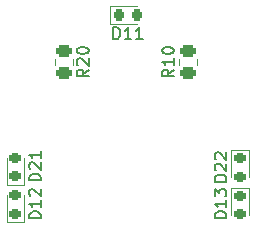
<source format=gto>
G04 #@! TF.GenerationSoftware,KiCad,Pcbnew,(6.0.0)*
G04 #@! TF.CreationDate,2021-12-31T14:49:46+01:00*
G04 #@! TF.ProjectId,marklin-v100-led-back-pcb,6d61726b-6c69-46e2-9d76-3130302d6c65,0.1*
G04 #@! TF.SameCoordinates,Original*
G04 #@! TF.FileFunction,Legend,Top*
G04 #@! TF.FilePolarity,Positive*
%FSLAX46Y46*%
G04 Gerber Fmt 4.6, Leading zero omitted, Abs format (unit mm)*
G04 Created by KiCad (PCBNEW (6.0.0)) date 2021-12-31 14:49:46*
%MOMM*%
%LPD*%
G01*
G04 APERTURE LIST*
G04 Aperture macros list*
%AMRoundRect*
0 Rectangle with rounded corners*
0 $1 Rounding radius*
0 $2 $3 $4 $5 $6 $7 $8 $9 X,Y pos of 4 corners*
0 Add a 4 corners polygon primitive as box body*
4,1,4,$2,$3,$4,$5,$6,$7,$8,$9,$2,$3,0*
0 Add four circle primitives for the rounded corners*
1,1,$1+$1,$2,$3*
1,1,$1+$1,$4,$5*
1,1,$1+$1,$6,$7*
1,1,$1+$1,$8,$9*
0 Add four rect primitives between the rounded corners*
20,1,$1+$1,$2,$3,$4,$5,0*
20,1,$1+$1,$4,$5,$6,$7,0*
20,1,$1+$1,$6,$7,$8,$9,0*
20,1,$1+$1,$8,$9,$2,$3,0*%
G04 Aperture macros list end*
%ADD10C,0.150000*%
%ADD11C,0.120000*%
%ADD12RoundRect,0.250000X-0.450000X0.262500X-0.450000X-0.262500X0.450000X-0.262500X0.450000X0.262500X0*%
%ADD13RoundRect,0.218750X-0.218750X-0.256250X0.218750X-0.256250X0.218750X0.256250X-0.218750X0.256250X0*%
%ADD14RoundRect,0.218750X0.256250X-0.218750X0.256250X0.218750X-0.256250X0.218750X-0.256250X-0.218750X0*%
%ADD15RoundRect,0.218750X-0.256250X0.218750X-0.256250X-0.218750X0.256250X-0.218750X0.256250X0.218750X0*%
%ADD16RoundRect,0.250000X0.450000X-0.262500X0.450000X0.262500X-0.450000X0.262500X-0.450000X-0.262500X0*%
G04 APERTURE END LIST*
D10*
X100742380Y-66800357D02*
X100266190Y-67133690D01*
X100742380Y-67371785D02*
X99742380Y-67371785D01*
X99742380Y-66990833D01*
X99790000Y-66895595D01*
X99837619Y-66847976D01*
X99932857Y-66800357D01*
X100075714Y-66800357D01*
X100170952Y-66847976D01*
X100218571Y-66895595D01*
X100266190Y-66990833D01*
X100266190Y-67371785D01*
X99837619Y-66419404D02*
X99790000Y-66371785D01*
X99742380Y-66276547D01*
X99742380Y-66038452D01*
X99790000Y-65943214D01*
X99837619Y-65895595D01*
X99932857Y-65847976D01*
X100028095Y-65847976D01*
X100170952Y-65895595D01*
X100742380Y-66467023D01*
X100742380Y-65847976D01*
X99742380Y-65228928D02*
X99742380Y-65133690D01*
X99790000Y-65038452D01*
X99837619Y-64990833D01*
X99932857Y-64943214D01*
X100123333Y-64895595D01*
X100361428Y-64895595D01*
X100551904Y-64943214D01*
X100647142Y-64990833D01*
X100694761Y-65038452D01*
X100742380Y-65133690D01*
X100742380Y-65228928D01*
X100694761Y-65324166D01*
X100647142Y-65371785D01*
X100551904Y-65419404D01*
X100361428Y-65467023D01*
X100123333Y-65467023D01*
X99932857Y-65419404D01*
X99837619Y-65371785D01*
X99790000Y-65324166D01*
X99742380Y-65228928D01*
X102838214Y-64209880D02*
X102838214Y-63209880D01*
X103076309Y-63209880D01*
X103219166Y-63257500D01*
X103314404Y-63352738D01*
X103362023Y-63447976D01*
X103409642Y-63638452D01*
X103409642Y-63781309D01*
X103362023Y-63971785D01*
X103314404Y-64067023D01*
X103219166Y-64162261D01*
X103076309Y-64209880D01*
X102838214Y-64209880D01*
X104362023Y-64209880D02*
X103790595Y-64209880D01*
X104076309Y-64209880D02*
X104076309Y-63209880D01*
X103981071Y-63352738D01*
X103885833Y-63447976D01*
X103790595Y-63495595D01*
X105314404Y-64209880D02*
X104742976Y-64209880D01*
X105028690Y-64209880D02*
X105028690Y-63209880D01*
X104933452Y-63352738D01*
X104838214Y-63447976D01*
X104742976Y-63495595D01*
X96692380Y-76171785D02*
X95692380Y-76171785D01*
X95692380Y-75933690D01*
X95740000Y-75790833D01*
X95835238Y-75695595D01*
X95930476Y-75647976D01*
X96120952Y-75600357D01*
X96263809Y-75600357D01*
X96454285Y-75647976D01*
X96549523Y-75695595D01*
X96644761Y-75790833D01*
X96692380Y-75933690D01*
X96692380Y-76171785D01*
X95787619Y-75219404D02*
X95740000Y-75171785D01*
X95692380Y-75076547D01*
X95692380Y-74838452D01*
X95740000Y-74743214D01*
X95787619Y-74695595D01*
X95882857Y-74647976D01*
X95978095Y-74647976D01*
X96120952Y-74695595D01*
X96692380Y-75267023D01*
X96692380Y-74647976D01*
X96692380Y-73695595D02*
X96692380Y-74267023D01*
X96692380Y-73981309D02*
X95692380Y-73981309D01*
X95835238Y-74076547D01*
X95930476Y-74171785D01*
X95978095Y-74267023D01*
X112392380Y-76271785D02*
X111392380Y-76271785D01*
X111392380Y-76033690D01*
X111440000Y-75890833D01*
X111535238Y-75795595D01*
X111630476Y-75747976D01*
X111820952Y-75700357D01*
X111963809Y-75700357D01*
X112154285Y-75747976D01*
X112249523Y-75795595D01*
X112344761Y-75890833D01*
X112392380Y-76033690D01*
X112392380Y-76271785D01*
X111487619Y-75319404D02*
X111440000Y-75271785D01*
X111392380Y-75176547D01*
X111392380Y-74938452D01*
X111440000Y-74843214D01*
X111487619Y-74795595D01*
X111582857Y-74747976D01*
X111678095Y-74747976D01*
X111820952Y-74795595D01*
X112392380Y-75367023D01*
X112392380Y-74747976D01*
X111487619Y-74367023D02*
X111440000Y-74319404D01*
X111392380Y-74224166D01*
X111392380Y-73986071D01*
X111440000Y-73890833D01*
X111487619Y-73843214D01*
X111582857Y-73795595D01*
X111678095Y-73795595D01*
X111820952Y-73843214D01*
X112392380Y-74414642D01*
X112392380Y-73795595D01*
X96692380Y-79371785D02*
X95692380Y-79371785D01*
X95692380Y-79133690D01*
X95740000Y-78990833D01*
X95835238Y-78895595D01*
X95930476Y-78847976D01*
X96120952Y-78800357D01*
X96263809Y-78800357D01*
X96454285Y-78847976D01*
X96549523Y-78895595D01*
X96644761Y-78990833D01*
X96692380Y-79133690D01*
X96692380Y-79371785D01*
X96692380Y-77847976D02*
X96692380Y-78419404D01*
X96692380Y-78133690D02*
X95692380Y-78133690D01*
X95835238Y-78228928D01*
X95930476Y-78324166D01*
X95978095Y-78419404D01*
X95787619Y-77467023D02*
X95740000Y-77419404D01*
X95692380Y-77324166D01*
X95692380Y-77086071D01*
X95740000Y-76990833D01*
X95787619Y-76943214D01*
X95882857Y-76895595D01*
X95978095Y-76895595D01*
X96120952Y-76943214D01*
X96692380Y-77514642D01*
X96692380Y-76895595D01*
X112392380Y-79371785D02*
X111392380Y-79371785D01*
X111392380Y-79133690D01*
X111440000Y-78990833D01*
X111535238Y-78895595D01*
X111630476Y-78847976D01*
X111820952Y-78800357D01*
X111963809Y-78800357D01*
X112154285Y-78847976D01*
X112249523Y-78895595D01*
X112344761Y-78990833D01*
X112392380Y-79133690D01*
X112392380Y-79371785D01*
X112392380Y-77847976D02*
X112392380Y-78419404D01*
X112392380Y-78133690D02*
X111392380Y-78133690D01*
X111535238Y-78228928D01*
X111630476Y-78324166D01*
X111678095Y-78419404D01*
X111392380Y-77514642D02*
X111392380Y-76895595D01*
X111773333Y-77228928D01*
X111773333Y-77086071D01*
X111820952Y-76990833D01*
X111868571Y-76943214D01*
X111963809Y-76895595D01*
X112201904Y-76895595D01*
X112297142Y-76943214D01*
X112344761Y-76990833D01*
X112392380Y-77086071D01*
X112392380Y-77371785D01*
X112344761Y-77467023D01*
X112297142Y-77514642D01*
X107942380Y-66800357D02*
X107466190Y-67133690D01*
X107942380Y-67371785D02*
X106942380Y-67371785D01*
X106942380Y-66990833D01*
X106990000Y-66895595D01*
X107037619Y-66847976D01*
X107132857Y-66800357D01*
X107275714Y-66800357D01*
X107370952Y-66847976D01*
X107418571Y-66895595D01*
X107466190Y-66990833D01*
X107466190Y-67371785D01*
X107942380Y-65847976D02*
X107942380Y-66419404D01*
X107942380Y-66133690D02*
X106942380Y-66133690D01*
X107085238Y-66228928D01*
X107180476Y-66324166D01*
X107228095Y-66419404D01*
X106942380Y-65228928D02*
X106942380Y-65133690D01*
X106990000Y-65038452D01*
X107037619Y-64990833D01*
X107132857Y-64943214D01*
X107323333Y-64895595D01*
X107561428Y-64895595D01*
X107751904Y-64943214D01*
X107847142Y-64990833D01*
X107894761Y-65038452D01*
X107942380Y-65133690D01*
X107942380Y-65228928D01*
X107894761Y-65324166D01*
X107847142Y-65371785D01*
X107751904Y-65419404D01*
X107561428Y-65467023D01*
X107323333Y-65467023D01*
X107132857Y-65419404D01*
X107037619Y-65371785D01*
X106990000Y-65324166D01*
X106942380Y-65228928D01*
D11*
X99375000Y-65930436D02*
X99375000Y-66384564D01*
X97905000Y-65930436D02*
X97905000Y-66384564D01*
X102567500Y-62892500D02*
X104852500Y-62892500D01*
X104852500Y-61422500D02*
X102567500Y-61422500D01*
X102567500Y-61422500D02*
X102567500Y-62892500D01*
X93805000Y-74245000D02*
X93805000Y-76530000D01*
X93805000Y-76530000D02*
X95275000Y-76530000D01*
X95275000Y-76530000D02*
X95275000Y-74245000D01*
X114275000Y-73572500D02*
X112805000Y-73572500D01*
X112805000Y-73572500D02*
X112805000Y-75857500D01*
X114275000Y-75857500D02*
X114275000Y-73572500D01*
X93805000Y-79680000D02*
X95275000Y-79680000D01*
X93805000Y-77395000D02*
X93805000Y-79680000D01*
X95275000Y-79680000D02*
X95275000Y-77395000D01*
X114275000Y-76772500D02*
X112805000Y-76772500D01*
X114275000Y-79057500D02*
X114275000Y-76772500D01*
X112805000Y-76772500D02*
X112805000Y-79057500D01*
X108405000Y-66384564D02*
X108405000Y-65930436D01*
X109875000Y-66384564D02*
X109875000Y-65930436D01*
%LPC*%
D12*
X98640000Y-65245000D03*
X98640000Y-67070000D03*
D13*
X103265000Y-62157500D03*
X104840000Y-62157500D03*
D14*
X94540000Y-75832500D03*
X94540000Y-74257500D03*
D15*
X113540000Y-74270000D03*
X113540000Y-75845000D03*
D14*
X94540000Y-78982500D03*
X94540000Y-77407500D03*
D15*
X113540000Y-77470000D03*
X113540000Y-79045000D03*
D16*
X109140000Y-67070000D03*
X109140000Y-65245000D03*
M02*

</source>
